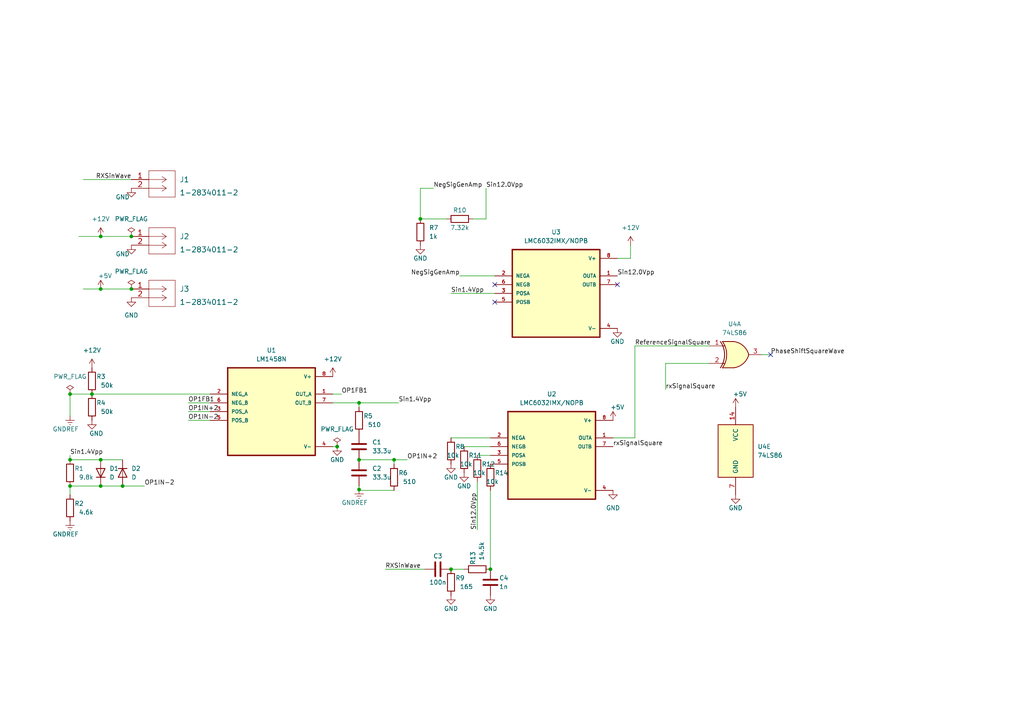
<source format=kicad_sch>
(kicad_sch (version 20211123) (generator eeschema)
  (paper "A4")
  (lib_symbols
    (symbol "1-2834011-2:1-2834011-2" (pin_names (offset 0.254) hide)
      (property "Reference" "J" (at 8.89 6.35 0))
      (property "Value" "1-2834011-2" (at 10.16 0 0))
      (symbol "1-2834011-2_1_1"
        (polyline (pts (xy 5.08 -5.08) (xy 12.7 -5.08)) (stroke (width 0.127)))
        (polyline (pts (xy 5.08 2.54) (xy 5.08 -5.08)) (stroke (width 0.127)))
        (polyline (pts (xy 10.16 -2.54) (xy 5.08 -2.54)) (stroke (width 0.127)))
        (polyline (pts (xy 10.16 -2.54) (xy 8.89 -3.3782)) (stroke (width 0.127)))
        (polyline (pts (xy 10.16 -2.54) (xy 8.89 -1.7018)) (stroke (width 0.127)))
        (polyline (pts (xy 10.16 0) (xy 5.08 0)) (stroke (width 0.127)))
        (polyline (pts (xy 10.16 0) (xy 8.89 -0.8382)) (stroke (width 0.127)))
        (polyline (pts (xy 10.16 0) (xy 8.89 0.8382)) (stroke (width 0.127)))
        (polyline (pts (xy 12.7 -5.08) (xy 12.7 2.54)) (stroke (width 0.127)))
        (polyline (pts (xy 12.7 2.54) (xy 5.08 2.54)) (stroke (width 0.127)))
        (pin unspecified line (at 0 0 0) (length 5.08) (name "1") (number "1"))
        (pin unspecified line (at 0 -2.54 0) (length 5.08) (name "2") (number "2"))
      )
    )
    (symbol "74xx:74LS86" (pin_names (offset 1.016))
      (property "Reference" "U" (at 0 1.27 0))
      (property "Value" "74LS86" (at 0 -1.27 0))
      (symbol "74LS86_1_0"
        (arc (start -4.4196 -3.81) (mid -3.2033 0) (end -4.4196 3.81) (stroke (width 0.254)))
        (arc (start -3.81 -3.81) (mid -2.589 0) (end -3.81 3.81) (stroke (width 0.254)))
        (arc (start -0.6096 -3.81) (mid 2.1842 -2.5851) (end 3.81 0) (stroke (width 0.254)) (fill (type background)))
        (polyline (pts (xy -3.81 -3.81) (xy -0.635 -3.81)) (stroke (width 0.254)) (fill (type background)))
        (polyline (pts (xy -3.81 3.81) (xy -0.635 3.81)) (stroke (width 0.254)) (fill (type background)))
        (polyline (pts (xy -0.635 3.81) (xy -3.81 3.81) (xy -3.81 3.81) (xy -3.556 3.4036) (xy -3.0226 2.2606) (xy -2.6924 1.0414) (xy -2.6162 -0.254) (xy -2.7686 -1.4986) (xy -3.175 -2.7178) (xy -3.81 -3.81) (xy -3.81 -3.81) (xy -0.635 -3.81)) (stroke (width -25.4)) (fill (type background)))
        (arc (start 3.81 0) (mid 2.1915 2.5936) (end -0.6096 3.81) (stroke (width 0.254)) (fill (type background)))
        (pin input line (at -7.62 2.54 0) (length 4.445) (name "~") (number "1"))
        (pin input line (at -7.62 -2.54 0) (length 4.445) (name "~") (number "2"))
        (pin output line (at 7.62 0 180) (length 3.81) (name "~") (number "3"))
      )
      (symbol "74LS86_1_1"
        (polyline (pts (xy -3.81 -2.54) (xy -3.175 -2.54)) (stroke (width 0.1524)))
        (polyline (pts (xy -3.81 2.54) (xy -3.175 2.54)) (stroke (width 0.1524)))
      )
      (symbol "74LS86_2_0"
        (arc (start -4.4196 -3.81) (mid -3.2033 0) (end -4.4196 3.81) (stroke (width 0.254)))
        (arc (start -3.81 -3.81) (mid -2.589 0) (end -3.81 3.81) (stroke (width 0.254)))
        (arc (start -0.6096 -3.81) (mid 2.1842 -2.5851) (end 3.81 0) (stroke (width 0.254)) (fill (type background)))
        (polyline (pts (xy -3.81 -3.81) (xy -0.635 -3.81)) (stroke (width 0.254)) (fill (type background)))
        (polyline (pts (xy -3.81 3.81) (xy -0.635 3.81)) (stroke (width 0.254)) (fill (type background)))
        (polyline (pts (xy -0.635 3.81) (xy -3.81 3.81) (xy -3.81 3.81) (xy -3.556 3.4036) (xy -3.0226 2.2606) (xy -2.6924 1.0414) (xy -2.6162 -0.254) (xy -2.7686 -1.4986) (xy -3.175 -2.7178) (xy -3.81 -3.81) (xy -3.81 -3.81) (xy -0.635 -3.81)) (stroke (width -25.4)) (fill (type background)))
        (arc (start 3.81 0) (mid 2.1915 2.5936) (end -0.6096 3.81) (stroke (width 0.254)) (fill (type background)))
        (pin input line (at -7.62 2.54 0) (length 4.445) (name "~") (number "4"))
        (pin input line (at -7.62 -2.54 0) (length 4.445) (name "~") (number "5"))
        (pin output line (at 7.62 0 180) (length 3.81) (name "~") (number "6"))
      )
      (symbol "74LS86_2_1"
        (polyline (pts (xy -3.81 -2.54) (xy -3.175 -2.54)) (stroke (width 0.1524)))
        (polyline (pts (xy -3.81 2.54) (xy -3.175 2.54)) (stroke (width 0.1524)))
      )
      (symbol "74LS86_3_0"
        (arc (start -4.4196 -3.81) (mid -3.2033 0) (end -4.4196 3.81) (stroke (width 0.254)))
        (arc (start -3.81 -3.81) (mid -2.589 0) (end -3.81 3.81) (stroke (width 0.254)))
        (arc (start -0.6096 -3.81) (mid 2.1842 -2.5851) (end 3.81 0) (stroke (width 0.254)) (fill (type background)))
        (polyline (pts (xy -3.81 -3.81) (xy -0.635 -3.81)) (stroke (width 0.254)) (fill (type background)))
        (polyline (pts (xy -3.81 3.81) (xy -0.635 3.81)) (stroke (width 0.254)) (fill (type background)))
        (polyline (pts (xy -0.635 3.81) (xy -3.81 3.81) (xy -3.81 3.81) (xy -3.556 3.4036) (xy -3.0226 2.2606) (xy -2.6924 1.0414) (xy -2.6162 -0.254) (xy -2.7686 -1.4986) (xy -3.175 -2.7178) (xy -3.81 -3.81) (xy -3.81 -3.81) (xy -0.635 -3.81)) (stroke (width -25.4)) (fill (type background)))
        (arc (start 3.81 0) (mid 2.1915 2.5936) (end -0.6096 3.81) (stroke (width 0.254)) (fill (type background)))
        (pin input line (at -7.62 -2.54 0) (length 4.445) (name "~") (number "10"))
        (pin output line (at 7.62 0 180) (length 3.81) (name "~") (number "8"))
        (pin input line (at -7.62 2.54 0) (length 4.445) (name "~") (number "9"))
      )
      (symbol "74LS86_3_1"
        (polyline (pts (xy -3.81 -2.54) (xy -3.175 -2.54)) (stroke (width 0.1524)))
        (polyline (pts (xy -3.81 2.54) (xy -3.175 2.54)) (stroke (width 0.1524)))
      )
      (symbol "74LS86_4_0"
        (arc (start -4.4196 -3.81) (mid -3.2033 0) (end -4.4196 3.81) (stroke (width 0.254)))
        (arc (start -3.81 -3.81) (mid -2.589 0) (end -3.81 3.81) (stroke (width 0.254)))
        (arc (start -0.6096 -3.81) (mid 2.1842 -2.5851) (end 3.81 0) (stroke (width 0.254)) (fill (type background)))
        (polyline (pts (xy -3.81 -3.81) (xy -0.635 -3.81)) (stroke (width 0.254)) (fill (type background)))
        (polyline (pts (xy -3.81 3.81) (xy -0.635 3.81)) (stroke (width 0.254)) (fill (type background)))
        (polyline (pts (xy -0.635 3.81) (xy -3.81 3.81) (xy -3.81 3.81) (xy -3.556 3.4036) (xy -3.0226 2.2606) (xy -2.6924 1.0414) (xy -2.6162 -0.254) (xy -2.7686 -1.4986) (xy -3.175 -2.7178) (xy -3.81 -3.81) (xy -3.81 -3.81) (xy -0.635 -3.81)) (stroke (width -25.4)) (fill (type background)))
        (arc (start 3.81 0) (mid 2.1915 2.5936) (end -0.6096 3.81) (stroke (width 0.254)) (fill (type background)))
        (pin output line (at 7.62 0 180) (length 3.81) (name "~") (number "11"))
        (pin input line (at -7.62 2.54 0) (length 4.445) (name "~") (number "12"))
        (pin input line (at -7.62 -2.54 0) (length 4.445) (name "~") (number "13"))
      )
      (symbol "74LS86_4_1"
        (polyline (pts (xy -3.81 -2.54) (xy -3.175 -2.54)) (stroke (width 0.1524)))
        (polyline (pts (xy -3.81 2.54) (xy -3.175 2.54)) (stroke (width 0.1524)))
      )
      (symbol "74LS86_5_0"
        (pin power_in line (at 0 12.7 270) (length 5.08) (name "VCC") (number "14"))
        (pin power_in line (at 0 -12.7 90) (length 5.08) (name "GND") (number "7"))
      )
      (symbol "74LS86_5_1"
        (rectangle (start -5.08 7.62) (end 5.08 -7.62) (stroke (width 0.254)) (fill (type background)))
      )
    )
    (symbol "Device:C" (pin_numbers hide) (pin_names (offset 0.254))
      (property "Reference" "C" (at 0.635 2.54 0))
      (property "Value" "C" (at 0.635 -2.54 0))
      (symbol "C_0_1"
        (polyline (pts (xy -2.032 -0.762) (xy 2.032 -0.762)) (stroke (width 0.508)))
        (polyline (pts (xy -2.032 0.762) (xy 2.032 0.762)) (stroke (width 0.508)))
      )
      (symbol "C_1_1"
        (pin passive line (at 0 3.81 270) (length 2.794) (name "~") (number "1"))
        (pin passive line (at 0 -3.81 90) (length 2.794) (name "~") (number "2"))
      )
    )
    (symbol "Device:D" (pin_numbers hide) (pin_names (offset 1.016) hide)
      (property "Reference" "D" (at 0 2.54 0))
      (property "Value" "D" (at 0 -2.54 0))
      (symbol "D_0_1"
        (polyline (pts (xy -1.27 1.27) (xy -1.27 -1.27)) (stroke (width 0.254)))
        (polyline (pts (xy 1.27 0) (xy -1.27 0)))
        (polyline (pts (xy 1.27 1.27) (xy 1.27 -1.27) (xy -1.27 0) (xy 1.27 1.27)) (stroke (width 0.254)))
      )
      (symbol "D_1_1"
        (pin passive line (at -3.81 0 0) (length 2.54) (name "K") (number "1"))
        (pin passive line (at 3.81 0 180) (length 2.54) (name "A") (number "2"))
      )
    )
    (symbol "Device:R" (pin_numbers hide) (pin_names (offset 0))
      (property "Reference" "R" (at 2.032 0 90))
      (property "Value" "R" (at 0 0 90))
      (symbol "R_0_1"
        (rectangle (start -1.016 -2.54) (end 1.016 2.54) (stroke (width 0.254)))
      )
      (symbol "R_1_1"
        (pin passive line (at 0 3.81 270) (length 1.27) (name "~") (number "1"))
        (pin passive line (at 0 -3.81 90) (length 1.27) (name "~") (number "2"))
      )
    )
    (symbol "LM1458N:LM1458N" (pin_names (offset 1.016))
      (property "Reference" "U" (at -12.7 13.7 0))
      (property "Value" "LM1458N" (at -12.7 -16.7 0))
      (symbol "LM1458N_0_0"
        (rectangle (start -12.7 -12.7) (end 12.7 12.7) (stroke (width 0.41)) (fill (type background)))
        (pin output line (at 17.78 5.08 180) (length 5.08) (name "OUT_A") (number "1"))
        (pin input line (at -17.78 5.08 0) (length 5.08) (name "NEG_A") (number "2"))
        (pin input line (at -17.78 0 0) (length 5.08) (name "POS_A") (number "3"))
        (pin power_in line (at 17.78 -10.16 180) (length 5.08) (name "V-") (number "4"))
        (pin input line (at -17.78 -2.54 0) (length 5.08) (name "POS_B") (number "5"))
        (pin input line (at -17.78 2.54 0) (length 5.08) (name "NEG_B") (number "6"))
        (pin output line (at 17.78 2.54 180) (length 5.08) (name "OUT_B") (number "7"))
        (pin power_in line (at 17.78 10.16 180) (length 5.08) (name "V+") (number "8"))
      )
    )
    (symbol "LMC6032:LMC6032IMX{slash}NOPB" (pin_names (offset 1.016))
      (property "Reference" "U" (at -12.7 13.7 0))
      (property "Value" "LMC6032IMX{slash}NOPB" (at -12.7 -16.7 0))
      (symbol "LMC6032IMX{slash}NOPB_0_0"
        (rectangle (start -12.7 -12.7) (end 12.7 12.7) (stroke (width 0.41)) (fill (type background)))
        (pin output line (at 17.78 5.08 180) (length 5.08) (name "OUTA") (number "1"))
        (pin input line (at -17.78 5.08 0) (length 5.08) (name "NEGA") (number "2"))
        (pin input line (at -17.78 0 0) (length 5.08) (name "POSA") (number "3"))
        (pin power_in line (at 17.78 -10.16 180) (length 5.08) (name "V-") (number "4"))
        (pin input line (at -17.78 -2.54 0) (length 5.08) (name "POSB") (number "5"))
        (pin input line (at -17.78 2.54 0) (length 5.08) (name "NEGB") (number "6"))
        (pin output line (at 17.78 2.54 180) (length 5.08) (name "OUTB") (number "7"))
        (pin power_in line (at 17.78 10.16 180) (length 5.08) (name "V+") (number "8"))
      )
    )
    (symbol "power:+12V" (power) (pin_names (offset 0))
      (property "Value" "+12V" (at 0 3.556 0))
      (symbol "+12V_0_1"
        (polyline (pts (xy -0.762 1.27) (xy 0 2.54)))
        (polyline (pts (xy 0 0) (xy 0 2.54)))
        (polyline (pts (xy 0 2.54) (xy 0.762 1.27)))
      )
      (symbol "+12V_1_1"
        (pin power_in line (at 0 0 90) (length 0) hide (name "+12V") (number "1"))
      )
    )
    (symbol "power:+5V" (power) (pin_names (offset 0))
      (property "Value" "+5V" (at 0 3.556 0))
      (symbol "+5V_0_1"
        (polyline (pts (xy -0.762 1.27) (xy 0 2.54)))
        (polyline (pts (xy 0 0) (xy 0 2.54)))
        (polyline (pts (xy 0 2.54) (xy 0.762 1.27)))
      )
      (symbol "+5V_1_1"
        (pin power_in line (at 0 0 90) (length 0) hide (name "+5V") (number "1"))
      )
    )
    (symbol "power:GND" (power) (pin_names (offset 0))
      (property "Value" "GND" (at 0 -3.81 0))
      (symbol "GND_0_1"
        (polyline (pts (xy 0 0) (xy 0 -1.27) (xy 1.27 -1.27) (xy 0 -2.54) (xy -1.27 -1.27) (xy 0 -1.27)))
      )
      (symbol "GND_1_1"
        (pin power_in line (at 0 0 270) (length 0) hide (name "GND") (number "1"))
      )
    )
    (symbol "power:GNDREF" (power) (pin_names (offset 0))
      (property "Value" "GNDREF" (at 0 -3.81 0))
      (symbol "GNDREF_0_1"
        (polyline (pts (xy -0.635 -1.905) (xy 0.635 -1.905)))
        (polyline (pts (xy -0.127 -2.54) (xy 0.127 -2.54)))
        (polyline (pts (xy 0 -1.27) (xy 0 0)))
        (polyline (pts (xy 1.27 -1.27) (xy -1.27 -1.27)))
      )
      (symbol "GNDREF_1_1"
        (pin power_in line (at 0 0 270) (length 0) hide (name "GNDREF") (number "1"))
      )
    )
    (symbol "power:PWR_FLAG" (power) (pin_numbers hide) (pin_names (offset 0) hide)
      (property "Value" "PWR_FLAG" (at 0 3.81 0))
      (symbol "PWR_FLAG_0_0"
        (pin power_out line (at 0 0 90) (length 0) (name "pwr") (number "1"))
      )
      (symbol "PWR_FLAG_0_1"
        (polyline (pts (xy 0 0) (xy 0 1.27) (xy -1.016 1.905) (xy 0 2.54) (xy 1.016 1.905) (xy 0 1.27)))
      )
    )
  )
  (junction (at 97.79 129.54))
  (junction (at 114.3 133.35))
  (junction (at 130.81 165.1))
  (junction (at 20.32 133.35))
  (junction (at 142.24 165.1))
  (junction (at 29.21 140.97))
  (junction (at 104.14 116.84))
  (junction (at 29.21 83.82))
  (junction (at 20.32 114.3))
  (junction (at 35.56 140.97))
  (junction (at 38.1 83.82))
  (junction (at 104.14 141.9854))
  (junction (at 121.92 63.5))
  (junction (at 20.32 140.97))
  (junction (at 26.67 114.3))
  (junction (at 104.14 133.35))
  (junction (at 38.1 68.58))
  (junction (at 29.21 68.58))
  (junction (at 29.21 133.35))
  (no_connect (at 143.51 82.55))
  (no_connect (at 179.07 82.55))
  (no_connect (at 143.51 87.63))
  (no_connect (at 223.52 102.87))
  (wire (pts (xy 20.32 133.35) (xy 29.21 133.35)))
  (wire (pts (xy 184.15 127) (xy 177.8 127)))
  (wire (pts (xy 104.14 141.9854) (xy 104.14 140.97)))
  (wire (pts (xy 29.21 68.58) (xy 22.86 68.58)))
  (wire (pts (xy 104.14 142.24) (xy 104.14 141.9854)))
  (wire (pts (xy 130.81 165.1) (xy 134.62 165.1)))
  (wire (pts (xy 182.88 71.12) (xy 182.88 74.93)))
  (wire (pts (xy 104.14 118.11) (xy 104.14 116.84)))
  (wire (pts (xy 134.62 129.54) (xy 142.24 129.54)))
  (wire (pts (xy 24.13 52.07) (xy 38.1 52.07)))
  (wire (pts (xy 20.32 132.08) (xy 20.32 133.35)))
  (wire (pts (xy 29.21 133.35) (xy 35.56 133.35)))
  (wire (pts (xy 96.52 116.84) (xy 104.14 116.84)))
  (wire (pts (xy 140.97 63.5) (xy 140.97 54.61)))
  (wire (pts (xy 114.3 133.35) (xy 104.14 133.35)))
  (wire (pts (xy 54.61 119.38) (xy 60.96 119.38)))
  (wire (pts (xy 133.35 80.01) (xy 143.51 80.01)))
  (wire (pts (xy 29.21 83.82) (xy 38.1 83.82)))
  (wire (pts (xy 137.16 63.5) (xy 140.97 63.5)))
  (wire (pts (xy 54.61 116.84) (xy 60.96 116.84)))
  (wire (pts (xy 123.19 165.1) (xy 111.76 165.1)))
  (wire (pts (xy 138.43 132.08) (xy 142.24 132.08)))
  (wire (pts (xy 138.43 139.7) (xy 138.43 153.67)))
  (wire (pts (xy 205.74 105.41) (xy 193.04 105.41)))
  (wire (pts (xy 130.81 85.09) (xy 143.51 85.09)))
  (wire (pts (xy 35.56 140.97) (xy 41.91 140.97)))
  (wire (pts (xy 121.92 54.61) (xy 121.92 63.5)))
  (wire (pts (xy 20.32 120.65) (xy 20.32 114.3)))
  (wire (pts (xy 179.07 74.93) (xy 182.88 74.93)))
  (wire (pts (xy 125.73 54.61) (xy 121.92 54.61)))
  (wire (pts (xy 20.32 140.97) (xy 20.32 143.51)))
  (wire (pts (xy 193.04 105.41) (xy 193.04 113.03)))
  (wire (pts (xy 114.3 134.62) (xy 114.3 133.35)))
  (wire (pts (xy 26.67 114.3) (xy 60.96 114.3)))
  (wire (pts (xy 54.61 121.92) (xy 60.96 121.92)))
  (wire (pts (xy 130.81 127) (xy 142.24 127)))
  (wire (pts (xy 29.21 68.58) (xy 38.1 68.58)))
  (wire (pts (xy 205.74 100.33) (xy 184.15 100.33)))
  (wire (pts (xy 29.21 140.97) (xy 35.56 140.97)))
  (wire (pts (xy 104.14 116.84) (xy 115.57 116.84)))
  (wire (pts (xy 26.67 114.3) (xy 20.32 114.3)))
  (wire (pts (xy 142.24 142.24) (xy 142.24 165.1)))
  (wire (pts (xy 121.92 63.5) (xy 129.54 63.5)))
  (wire (pts (xy 114.3 142.24) (xy 104.14 142.24)))
  (wire (pts (xy 184.15 100.33) (xy 184.15 127)))
  (wire (pts (xy 97.79 129.54) (xy 96.52 129.54)))
  (wire (pts (xy 29.21 83.82) (xy 24.13 83.82)))
  (wire (pts (xy 114.3 133.35) (xy 118.11 133.35)))
  (wire (pts (xy 20.32 140.97) (xy 29.21 140.97)))
  (wire (pts (xy 96.52 114.3) (xy 99.06 114.3)))
  (wire (pts (xy 220.98 102.87) (xy 223.52 102.87)))
  (label "NegSigGenAmp" (at 133.35 80.01 180))
  (label "Sin1.4Vpp" (at 115.57 116.84 0))
  (label "rxSignalSquare" (at 177.8 129.54 0))
  (label "OP1IN-2" (at 41.91 140.97 0))
  (label "rxSignalSquare" (at 193.04 113.03 0))
  (label "Sin12.0Vpp" (at 179.07 80.01 0))
  (label "Sin12.0Vpp" (at 138.43 153.67 90))
  (label "PhaseShiftSquareWave" (at 223.52 102.87 0))
  (label "OP1IN-2" (at 54.61 121.92 0))
  (label "Sin12.0Vpp" (at 140.97 54.61 0))
  (label "RXSinWave" (at 111.76 165.1 0))
  (label "OP1FB1" (at 99.06 114.3 0))
  (label "OP1IN+2" (at 54.61 119.38 0))
  (label "ReferenceSignalSquare" (at 184.15 100.33 0))
  (label "Sin1.4Vpp" (at 130.81 85.09 0))
  (label "OP1FB1" (at 54.61 116.84 0))
  (label "NegSigGenAmp" (at 125.73 54.61 0))
  (label "RXSinWave" (at 38.1 52.07 180))
  (label "Sin1.4Vpp" (at 20.32 132.08 0))
  (label "OP1IN+2" (at 118.11 133.35 0))
  (symbol (lib_id "Device:C") (at 104.14 129.54 0) (unit 1)
    (property "Reference" "C1" (at 107.95 128.2699 0) (effects (justify left)))
    (property "Value" "33.3u" (at 107.95 130.81 0) (effects (justify left)))
    (property "Footprint" "Capacitor_THT:C_Rect_L7.0mm_W3.5mm_P5.00mm" (effects hide))
    (property "PurchaseLink" "https://www.digikey.com/en/products/detail/tdk-corporation/FG26X5R1E336MRT06/5803046" (effects hide))
  )
  (symbol (lib_id "power:PWR_FLAG") (at 38.1 83.82 0) (unit 1)
    (property "Reference" "#FLG03" (effects hide))
    (property "Value" "PWR_FLAG" (at 38.1 78.74 0))
  )
  (symbol (lib_id "LM1458N:LM1458N") (at 78.74 119.38 0) (unit 1)
    (property "Reference" "U1" (at 78.74 101.6 0))
    (property "Value" "LM1458N" (at 78.74 104.14 0))
    (property "Footprint" "LM1458N:DIP794W45P254L959H508Q8" (effects hide))
    (property "PurchaseLink" "https://www.digikey.com/en/products/detail/texas-instruments/LM1458N-NOPB/6143" (effects hide))
  )
  (symbol (lib_id "power:+5V") (at 29.21 83.82 0) (unit 1)
    (property "Reference" "#PWR06" (effects hide))
    (property "Value" "+5V" (at 30.48 80.01 0))
  )
  (symbol (lib_id "Device:R") (at 26.67 118.11 0) (unit 1)
    (property "Reference" "R4" (at 27.94 116.84 0) (effects (justify left)))
    (property "Value" "50k" (at 29.21 119.38 0) (effects (justify left)))
    (property "Footprint" "Resistor_SMD:R_1206_3216Metric" (effects hide))
    (property "PurchaseLink" "https://www.digikey.com/en/products/detail/panasonic-electronic-components/ERA-8AEB4992V/3071059" (effects hide))
  )
  (symbol (lib_id "Device:C") (at 127 165.1 90) (unit 1)
    (property "Reference" "C3" (at 127 161.29 90))
    (property "Value" "100n" (at 127 168.91 90))
    (property "Footprint" "Capacitor_SMD:C_0402_1005Metric" (effects hide))
    (property "PurchaseLink" "https://www.digikey.com/en/products/detail/samsung-electro-mechanics/CL05A104KA5NNNC/3886701" (effects hide))
  )
  (symbol (lib_id "power:GND") (at 130.81 172.72 0) (unit 1)
    (property "Reference" "#PWR015" (effects hide))
    (property "Value" "GND" (at 130.81 176.53 0))
  )
  (symbol (lib_id "Device:C") (at 142.24 168.91 180) (unit 1)
    (property "Reference" "C4" (at 144.78 167.64 0) (effects (justify right)))
    (property "Value" "1n" (at 144.78 170.18 0) (effects (justify right)))
    (property "Footprint" "Capacitor_SMD:C_0402_1005Metric" (effects hide))
    (property "PurchaseLink" "https://www.digikey.com/en/products/detail/kyocera-avx/04025C102KAT2A/563211" (effects hide))
  )
  (symbol (lib_id "power:+5V") (at 213.36 118.11 0) (unit 1)
    (property "Reference" "#PWR022" (effects hide))
    (property "Value" "+5V" (at 214.63 114.3 0))
  )
  (symbol (lib_id "power:GND") (at 38.1 71.12 0) (unit 1)
    (property "Reference" "#PWR08" (effects hide))
    (property "Value" "GND" (at 35.56 73.66 0))
  )
  (symbol (lib_id "Device:R") (at 130.81 168.91 0) (unit 1)
    (property "Reference" "R9" (at 132.08 167.64 0) (effects (justify left)))
    (property "Value" "165" (at 133.35 170.18 0) (effects (justify left)))
    (property "Footprint" "Resistor_SMD:R_1206_3216Metric" (effects hide))
    (property "PurchaseLink" "https://www.digikey.com/en/products/detail/yageo/RC1206FR-07165RL/728579" (effects hide))
  )
  (symbol (lib_id "Device:R") (at 114.3 138.43 0) (unit 1)
    (property "Reference" "R6" (at 115.57 137.16 0) (effects (justify left)))
    (property "Value" "510" (at 116.84 139.7 0) (effects (justify left)))
    (property "Footprint" "Resistor_SMD:R_0603_1608Metric" (effects hide))
    (property "PurchaseLink" "https://www.digikey.com/en/products/detail/yageo/RC0603JR-07510RL/726801" (effects hide))
  )
  (symbol (lib_id "power:+12V") (at 29.21 68.58 0) (unit 1)
    (property "Reference" "#PWR05" (effects hide))
    (property "Value" "+12V" (at 29.21 63.5 0))
  )
  (symbol (lib_id "Device:R") (at 133.35 63.5 90) (unit 1)
    (property "Reference" "R10" (at 133.35 60.96 90))
    (property "Value" "7.32k" (at 133.35 66.04 90))
    (property "Footprint" "Resistor_SMD:R_0805_2012Metric" (effects hide))
    (property "PurchaseLink" "https://www.digikey.com/en/products/detail/yageo/RC0805FR-077K32L/728113" (effects hide))
  )
  (symbol (lib_id "Device:R") (at 20.32 137.16 0) (unit 1)
    (property "Reference" "R1" (at 21.59 135.89 0) (effects (justify left)))
    (property "Value" "9.8k" (at 22.86 138.43 0) (effects (justify left)))
    (property "Footprint" "Resistor_SMD:R_0805_2012Metric" (effects hide))
    (property "PurchaseLink" "https://www.digikey.com/en/products/detail/yageo/RC0805FR-079K76L/728195" (effects hide))
  )
  (symbol (lib_id "1-2834011-2:1-2834011-2") (at 38.1 83.82 0) (unit 1)
    (property "Reference" "J3" (at 52.07 83.82 0) (effects (font (size 1.524 1.524)) (justify left)))
    (property "Value" "1-2834011-2" (at 52.07 87.63 0) (effects (font (size 1.524 1.524)) (justify left)))
    (property "Footprint" "1-2834011-2:1-2834011-2" (effects hide))
    (property "PurchaseLink" "https://www.digikey.com/en/products/detail/te-connectivity-amp-connectors/1-2834011-2/5872964" (effects hide))
  )
  (symbol (lib_id "power:GND") (at 179.07 95.25 0) (unit 1)
    (property "Reference" "#PWR020" (effects hide))
    (property "Value" "GND" (at 179.07 99.06 0))
  )
  (symbol (lib_id "power:GND") (at 130.81 134.62 0) (unit 1)
    (property "Reference" "#PWR014" (effects hide))
    (property "Value" "GND" (at 130.81 138.43 0))
  )
  (symbol (lib_id "power:+12V") (at 182.88 71.12 0) (unit 1)
    (property "Reference" "#PWR021" (effects hide))
    (property "Value" "+12V" (at 182.88 66.04 0))
  )
  (symbol (lib_id "Device:R") (at 104.14 121.92 0) (unit 1)
    (property "Reference" "R5" (at 105.41 120.65 0) (effects (justify left)))
    (property "Value" "510" (at 106.68 123.19 0) (effects (justify left)))
    (property "Footprint" "Resistor_SMD:R_0603_1608Metric" (effects hide))
    (property "PurchaseLink" "https://www.digikey.com/en/products/detail/yageo/RC0603JR-07510RL/726801" (effects hide))
  )
  (symbol (lib_id "power:GND") (at 213.36 143.51 0) (unit 1)
    (property "Reference" "#PWR023" (effects hide))
    (property "Value" "GND" (at 213.36 147.32 0))
  )
  (symbol (lib_id "power:GND") (at 177.8 142.24 0) (unit 1)
    (property "Reference" "#PWR019" (effects hide))
    (property "Value" "GND" (at 177.8 147.32 0))
  )
  (symbol (lib_id "power:GND") (at 142.24 172.72 0) (unit 1)
    (property "Reference" "#PWR017" (effects hide))
    (property "Value" "GND" (at 142.24 176.53 0))
  )
  (symbol (lib_id "power:GND") (at 97.79 129.54 0) (unit 1)
    (property "Reference" "#PWR011" (effects hide))
    (property "Value" "GND" (at 97.79 133.35 0))
  )
  (symbol (lib_id "1-2834011-2:1-2834011-2") (at 38.1 68.58 0) (unit 1)
    (property "Reference" "J2" (at 52.07 68.58 0) (effects (font (size 1.524 1.524)) (justify left)))
    (property "Value" "1-2834011-2" (at 52.07 72.39 0) (effects (font (size 1.524 1.524)) (justify left)))
    (property "Footprint" "1-2834011-2:1-2834011-2" (effects hide))
    (property "PurchaseLink" "https://www.digikey.com/en/products/detail/te-connectivity-amp-connectors/1-2834011-2/5872964" (effects hide))
  )
  (symbol (lib_id "power:PWR_FLAG") (at 38.1 68.58 0) (unit 1)
    (property "Reference" "#FLG02" (effects hide))
    (property "Value" "PWR_FLAG" (at 38.1 63.5 0))
  )
  (symbol (lib_id "Device:R") (at 130.81 130.81 0) (unit 1)
    (property "Reference" "R8" (at 132.08 129.54 0) (effects (justify left)))
    (property "Value" "10k" (at 129.54 132.08 0) (effects (justify left)))
    (property "Footprint" "Resistor_SMD:R_0805_2012Metric" (effects hide))
    (property "PurchaseLink" "https://www.digikey.com/en/products/detail/yageo/RC0805JR-0710KL/728241" (effects hide))
  )
  (symbol (lib_id "Device:R") (at 134.62 133.35 0) (unit 1)
    (property "Reference" "R11" (at 135.89 132.08 0) (effects (justify left)))
    (property "Value" "10k" (at 133.35 134.62 0) (effects (justify left)))
    (property "Footprint" "Resistor_SMD:R_0805_2012Metric" (effects hide))
    (property "PurchaseLink" "https://www.digikey.com/en/products/detail/yageo/RC0805JR-0710KL/728241" (effects hide))
  )
  (symbol (lib_id "Device:R") (at 138.43 165.1 90) (unit 1)
    (property "Reference" "R13" (at 137.16 163.83 0) (effects (justify left)))
    (property "Value" "14.5k" (at 139.7 162.56 0) (effects (justify left)))
    (property "Footprint" "Resistor_SMD:R_0805_2012Metric" (effects hide))
    (property "PurchaseLink" "https://www.digikey.com/en/products/detail/yageo/RT0805DRE0714K5L/5933673" (effects hide))
  )
  (symbol (lib_id "Device:R") (at 20.32 147.32 0) (unit 1)
    (property "Reference" "R2" (at 21.59 146.05 0) (effects (justify left)))
    (property "Value" "4.6k" (at 22.86 148.59 0) (effects (justify left)))
    (property "Footprint" "Resistor_SMD:R_0603_1608Metric" (effects hide))
    (property "PurchaseLink" "https://www.digikey.com/en/products/detail/yageo/RC0603FR-074K64L/727211" (effects hide))
  )
  (symbol (lib_id "1-2834011-2:1-2834011-2") (at 38.1 52.07 0) (unit 1)
    (property "Reference" "J1" (at 52.07 52.07 0) (effects (font (size 1.524 1.524)) (justify left)))
    (property "Value" "1-2834011-2" (at 52.07 55.88 0) (effects (font (size 1.524 1.524)) (justify left)))
    (property "Footprint" "1-2834011-2:1-2834011-2" (effects hide))
    (property "PurchaseLink" "https://www.digikey.com/en/products/detail/te-connectivity-amp-connectors/1-2834011-2/5872964" (effects hide))
  )
  (symbol (lib_id "Device:R") (at 121.92 67.31 0) (unit 1)
    (property "Reference" "R7" (at 124.46 66.0399 0) (effects (justify left)))
    (property "Value" "1k" (at 124.46 68.5799 0) (effects (justify left)))
    (property "Footprint" "Resistor_SMD:R_1206_3216Metric" (effects hide))
    (property "PurchaseLink" "https://www.digikey.com/en/products/detail/yageo/RC1206FR-071KL/728387" (effects hide))
  )
  (symbol (lib_id "74xx:74LS86") (at 213.36 130.81 0) (unit 5)
    (property "Reference" "U4" (at 219.71 129.5399 0) (effects (justify left)))
    (property "Value" "74LS86" (at 219.71 132.0799 0) (effects (justify left)))
    (property "Footprint" "Package_SO:SOIC-14_3.9x8.7mm_P1.27mm" (effects hide))
    (property "Datasheet" "74xx/74ls86.pdf" (effects hide))
    (property "PurchaseLink" "https://www.digikey.com/en/products/detail/texas-instruments/SN74LS86ADR/562889" (effects hide))
  )
  (symbol (lib_id "Device:R") (at 26.67 110.49 0) (unit 1)
    (property "Reference" "R3" (at 27.94 109.22 0) (effects (justify left)))
    (property "Value" "50k" (at 29.21 111.76 0) (effects (justify left)))
    (property "Footprint" "Resistor_SMD:R_1206_3216Metric" (effects hide))
    (property "PurchaseLink" "https://www.digikey.com/en/products/detail/panasonic-electronic-components/ERA-8AEB4992V/3071059" (effects hide))
  )
  (symbol (lib_id "74xx:74LS86") (at 213.36 102.87 0) (unit 1)
    (property "Reference" "U4" (at 213.0552 93.98 0))
    (property "Value" "74LS86" (at 213.0552 96.52 0))
    (property "Footprint" "Package_SO:SOIC-14_3.9x8.7mm_P1.27mm" (effects hide))
    (property "Datasheet" "74xx/74ls86.pdf" (effects hide))
    (property "PurchaseLink" "https://www.digikey.com/en/products/detail/texas-instruments/SN74LS86ADR/562889" (effects hide))
  )
  (symbol (lib_id "Device:D") (at 35.56 137.16 270) (unit 1)
    (property "Reference" "D2" (at 38.1 135.8899 90) (effects (justify left)))
    (property "Value" "D" (at 38.1 138.4299 90) (effects (justify left)))
    (property "Footprint" "Diode_THT:D_DO-35_SOD27_P7.62mm_Horizontal" (effects hide))
    (property "PurchaseLink" "https://www.digikey.com/en/products/detail/onsemi/1N4148/458603" (effects hide))
  )
  (symbol (lib_id "power:GND") (at 38.1 86.36 0) (unit 1)
    (property "Reference" "#PWR09" (effects hide))
    (property "Value" "GND" (at 38.1 91.44 0))
  )
  (symbol (lib_id "power:GNDREF") (at 104.14 141.9854 0) (unit 1)
    (property "Reference" "#PWR012" (effects hide))
    (property "Value" "GNDREF" (at 102.87 145.7954 0))
  )
  (symbol (lib_id "power:+12V") (at 26.67 106.68 0) (unit 1)
    (property "Reference" "#PWR03" (effects hide))
    (property "Value" "+12V" (at 26.67 101.6 0))
  )
  (symbol (lib_id "power:PWR_FLAG") (at 20.32 114.3 0) (unit 1)
    (property "Reference" "#FLG01" (effects hide))
    (property "Value" "PWR_FLAG" (at 20.32 109.22 0))
  )
  (symbol (lib_id "power:GNDREF") (at 20.32 120.65 0) (unit 1)
    (property "Reference" "#PWR01" (effects hide))
    (property "Value" "GNDREF" (at 19.05 124.46 0))
  )
  (symbol (lib_id "LMC6032:LMC6032IMX{slash}NOPB") (at 160.02 132.08 0) (unit 1)
    (property "Reference" "U2" (at 160.02 114.3 0))
    (property "Value" "LMC6032IMX/NOPB" (at 160.02 116.84 0))
    (property "Footprint" "LMC6032IMX_NOPB:SOIC127P599X175-8N" (effects hide))
    (property "PurchaseLink" "https://www.digikey.com/en/products/detail/texas-instruments/LMC6032IMX-NOPB/367388" (effects hide))
  )
  (symbol (lib_id "power:GND") (at 134.62 137.16 0) (unit 1)
    (property "Reference" "#PWR016" (effects hide))
    (property "Value" "GND" (at 134.62 140.97 0))
  )
  (symbol (lib_id "power:GND") (at 121.92 71.12 0) (unit 1)
    (property "Reference" "#PWR013" (effects hide))
    (property "Value" "GND" (at 121.92 74.93 0))
  )
  (symbol (lib_id "LMC6032:LMC6032IMX{slash}NOPB") (at 161.29 85.09 0) (unit 1)
    (property "Reference" "U3" (at 161.29 67.31 0))
    (property "Value" "LMC6032IMX/NOPB" (at 161.29 69.85 0))
    (property "Footprint" "LMC6032IMX_NOPB:SOIC127P599X175-8N" (effects hide))
    (property "PurchaseLink" "https://www.digikey.com/en/products/detail/texas-instruments/LMC6032IMX-NOPB/367388" (effects hide))
  )
  (symbol (lib_id "Device:R") (at 142.24 138.43 0) (unit 1)
    (property "Reference" "R14" (at 143.51 137.16 0) (effects (justify left)))
    (property "Value" "10k" (at 140.97 139.7 0) (effects (justify left)))
    (property "Footprint" "Resistor_SMD:R_0805_2012Metric" (effects hide))
    (property "PurchaseLink" "https://www.digikey.com/en/products/detail/yageo/RC0805JR-0710KL/728241" (effects hide))
  )
  (symbol (lib_id "power:+12V") (at 96.52 109.22 0) (unit 1)
    (property "Reference" "#PWR010" (effects hide))
    (property "Value" "+12V" (at 96.52 104.14 0))
  )
  (symbol (lib_id "power:PWR_FLAG") (at 97.79 129.54 0) (unit 1)
    (property "Reference" "#FLG0101" (effects hide))
    (property "Value" "PWR_FLAG" (at 97.79 124.46 0))
  )
  (symbol (lib_id "Device:R") (at 138.43 135.89 0) (unit 1)
    (property "Reference" "R12" (at 139.7 134.62 0) (effects (justify left)))
    (property "Value" "10k" (at 137.16 137.16 0) (effects (justify left)))
    (property "Footprint" "Resistor_SMD:R_0805_2012Metric" (effects hide))
    (property "PurchaseLink" "https://www.digikey.com/en/products/detail/yageo/RC0805JR-0710KL/728241" (effects hide))
  )
  (symbol (lib_id "power:GNDREF") (at 20.32 151.13 0) (unit 1)
    (property "Reference" "#PWR02" (effects hide))
    (property "Value" "GNDREF" (at 19.05 154.94 0))
  )
  (symbol (lib_id "Device:C") (at 104.14 137.16 0) (unit 1)
    (property "Reference" "C2" (at 107.95 135.8899 0) (effects (justify left)))
    (property "Value" "33.3u" (at 107.95 138.43 0) (effects (justify left)))
    (property "Footprint" "Capacitor_THT:C_Rect_L7.0mm_W3.5mm_P5.00mm" (effects hide))
    (property "PurchaseLink" "https://www.digikey.com/en/products/detail/tdk-corporation/FG26X5R1E336MRT06/5803046" (effects hide))
  )
  (symbol (lib_id "power:GND") (at 26.67 121.92 0) (unit 1)
    (property "Reference" "#PWR04" (effects hide))
    (property "Value" "GND" (at 27.94 125.73 0))
  )
  (symbol (lib_id "power:+5V") (at 177.8 121.92 0) (unit 1)
    (property "Reference" "#PWR018" (effects hide))
    (property "Value" "+5V" (at 179.07 118.11 0))
  )
  (symbol (lib_id "Device:D") (at 29.21 137.16 90) (unit 1)
    (property "Reference" "D1" (at 31.75 135.8899 90) (effects (justify right)))
    (property "Value" "D" (at 31.75 138.4299 90) (effects (justify right)))
    (property "Footprint" "Diode_THT:D_DO-35_SOD27_P7.62mm_Horizontal" (effects hide))
    (property "PurchaseLink" "https://www.digikey.com/en/products/detail/onsemi/1N4148/458603" (effects hide))
  )
  (symbol (lib_id "power:GND") (at 38.1 54.61 0) (unit 1)
    (property "Reference" "#PWR07" (effects hide))
    (property "Value" "GND" (at 35.56 57.15 0))
  )
)
</source>
